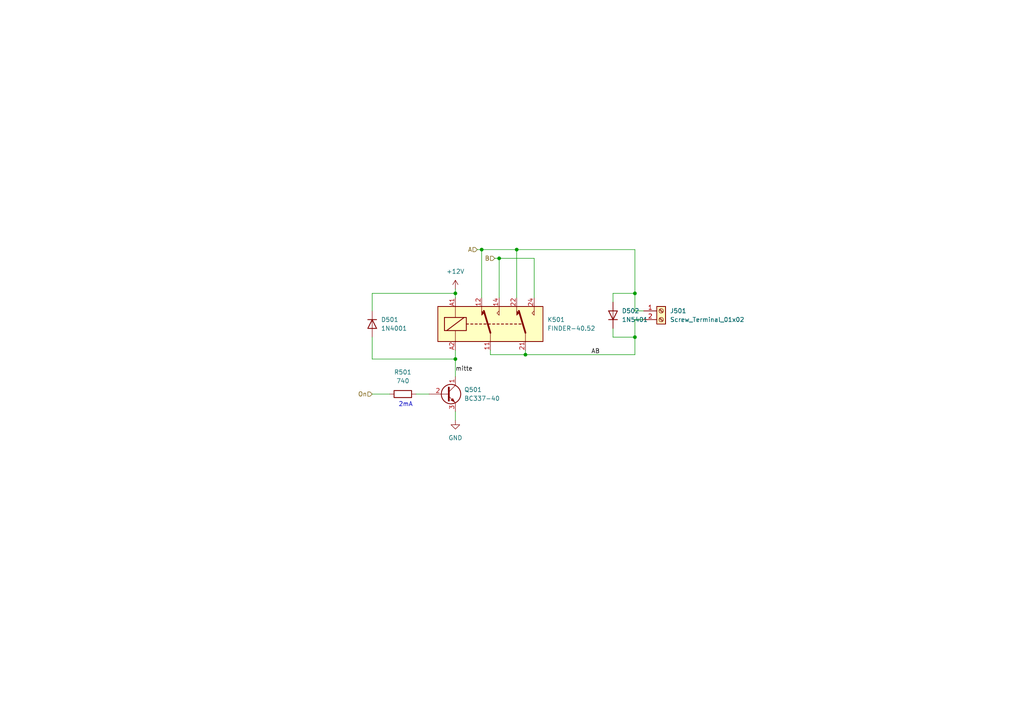
<source format=kicad_sch>
(kicad_sch (version 20211123) (generator eeschema)
  (paper "A4")
  (lib_symbols
    (symbol "Connector:Screw_Terminal_01x02" (pin_names (offset 1.016) hide)
      (property "Reference" "J" (at 0 2.54 0))
      (property "Value" "Screw_Terminal_01x02" (at 0 -5.08 0))
      (symbol "Screw_Terminal_01x02_1_1"
        (rectangle (start -1.27 1.27) (end 1.27 -3.81) (stroke (width 0.254)) (fill (type background)))
        (circle (center 0 -2.54) (radius 0.635) (stroke (width 0.1524)))
        (polyline (pts (xy -0.5334 -2.2098) (xy 0.3302 -3.048)) (stroke (width 0.1524)))
        (polyline (pts (xy -0.5334 0.3302) (xy 0.3302 -0.508)) (stroke (width 0.1524)))
        (polyline (pts (xy -0.3556 -2.032) (xy 0.508 -2.8702)) (stroke (width 0.1524)))
        (polyline (pts (xy -0.3556 0.508) (xy 0.508 -0.3302)) (stroke (width 0.1524)))
        (circle (center 0 0) (radius 0.635) (stroke (width 0.1524)))
        (pin passive line (at -5.08 0 0) (length 3.81) (name "Pin_1") (number "1"))
        (pin passive line (at -5.08 -2.54 0) (length 3.81) (name "Pin_2") (number "2"))
      )
    )
    (symbol "Device:R" (pin_numbers hide) (pin_names (offset 0))
      (property "Reference" "R" (at 2.032 0 90))
      (property "Value" "R" (at 0 0 90))
      (symbol "R_0_1"
        (rectangle (start -1.016 -2.54) (end 1.016 2.54) (stroke (width 0.254)))
      )
      (symbol "R_1_1"
        (pin passive line (at 0 3.81 270) (length 1.27) (name "~") (number "1"))
        (pin passive line (at 0 -3.81 90) (length 1.27) (name "~") (number "2"))
      )
    )
    (symbol "Diode:1N4001" (pin_numbers hide) (pin_names (offset 1.016) hide)
      (property "Reference" "D" (at 0 2.54 0))
      (property "Value" "1N4001" (at 0 -2.54 0))
      (symbol "1N4001_0_1"
        (polyline (pts (xy -1.27 1.27) (xy -1.27 -1.27)) (stroke (width 0.254)))
        (polyline (pts (xy 1.27 0) (xy -1.27 0)))
        (polyline (pts (xy 1.27 1.27) (xy 1.27 -1.27) (xy -1.27 0) (xy 1.27 1.27)) (stroke (width 0.254)))
      )
      (symbol "1N4001_1_1"
        (pin passive line (at -3.81 0 0) (length 2.54) (name "K") (number "1"))
        (pin passive line (at 3.81 0 180) (length 2.54) (name "A") (number "2"))
      )
    )
    (symbol "Diode:1N5401" (pin_numbers hide) (pin_names (offset 1.016) hide)
      (property "Reference" "D" (at 0 2.54 0))
      (property "Value" "1N5401" (at 0 -2.54 0))
      (symbol "1N5401_0_1"
        (polyline (pts (xy -1.27 1.27) (xy -1.27 -1.27)) (stroke (width 0.254)))
        (polyline (pts (xy 1.27 0) (xy -1.27 0)))
        (polyline (pts (xy 1.27 1.27) (xy 1.27 -1.27) (xy -1.27 0) (xy 1.27 1.27)) (stroke (width 0.254)))
      )
      (symbol "1N5401_1_1"
        (pin passive line (at -3.81 0 0) (length 2.54) (name "K") (number "1"))
        (pin passive line (at 3.81 0 180) (length 2.54) (name "A") (number "2"))
      )
    )
    (symbol "Relay:FINDER-40.52"
      (property "Reference" "K" (at 16.51 3.81 0))
      (property "Value" "FINDER-40.52" (at 16.51 1.27 0))
      (symbol "FINDER-40.52_0_1"
        (rectangle (start -15.24 5.08) (end 15.24 -5.08) (stroke (width 0.254)) (fill (type background)))
        (rectangle (start -13.335 1.905) (end -6.985 -1.905) (stroke (width 0.254)))
        (polyline (pts (xy -12.7 -1.905) (xy -7.62 1.905)) (stroke (width 0.254)))
        (polyline (pts (xy -10.16 -5.08) (xy -10.16 -1.905)))
        (polyline (pts (xy -10.16 5.08) (xy -10.16 1.905)))
        (polyline (pts (xy -6.985 0) (xy -6.35 0)) (stroke (width 0.254)))
        (polyline (pts (xy -5.715 0) (xy -5.08 0)) (stroke (width 0.254)))
        (polyline (pts (xy -4.445 0) (xy -3.81 0)) (stroke (width 0.254)))
        (polyline (pts (xy -3.175 0) (xy -2.54 0)) (stroke (width 0.254)))
        (polyline (pts (xy -1.905 0) (xy -1.27 0)) (stroke (width 0.254)))
        (polyline (pts (xy -0.635 0) (xy 0 0)) (stroke (width 0.254)))
        (polyline (pts (xy 0 -2.54) (xy -1.905 3.81)) (stroke (width 0.508)))
        (polyline (pts (xy 0 -2.54) (xy 0 -5.08)))
        (polyline (pts (xy 0.635 0) (xy 1.27 0)) (stroke (width 0.254)))
        (polyline (pts (xy 1.905 0) (xy 2.54 0)) (stroke (width 0.254)))
        (polyline (pts (xy 3.175 0) (xy 3.81 0)) (stroke (width 0.254)))
        (polyline (pts (xy 4.445 0) (xy 5.08 0)) (stroke (width 0.254)))
        (polyline (pts (xy 5.715 0) (xy 6.35 0)) (stroke (width 0.254)))
        (polyline (pts (xy 6.985 0) (xy 7.62 0)) (stroke (width 0.254)))
        (polyline (pts (xy 8.255 0) (xy 8.89 0)) (stroke (width 0.254)))
        (polyline (pts (xy 10.16 -2.54) (xy 8.255 3.81)) (stroke (width 0.508)))
        (polyline (pts (xy 10.16 -2.54) (xy 10.16 -5.08)))
        (polyline (pts (xy -2.54 5.08) (xy -2.54 2.54) (xy -1.905 3.175) (xy -2.54 3.81)) (fill (type outline)))
        (polyline (pts (xy 2.54 5.08) (xy 2.54 2.54) (xy 1.905 3.175) (xy 2.54 3.81)))
        (polyline (pts (xy 7.62 5.08) (xy 7.62 2.54) (xy 8.255 3.175) (xy 7.62 3.81)) (fill (type outline)))
        (polyline (pts (xy 12.7 5.08) (xy 12.7 2.54) (xy 12.065 3.175) (xy 12.7 3.81)))
      )
      (symbol "FINDER-40.52_1_1"
        (pin passive line (at 0 -7.62 90) (length 2.54) (name "~") (number "11"))
        (pin passive line (at -2.54 7.62 270) (length 2.54) (name "~") (number "12"))
        (pin passive line (at 2.54 7.62 270) (length 2.54) (name "~") (number "14"))
        (pin passive line (at 10.16 -7.62 90) (length 2.54) (name "~") (number "21"))
        (pin passive line (at 7.62 7.62 270) (length 2.54) (name "~") (number "22"))
        (pin passive line (at 12.7 7.62 270) (length 2.54) (name "~") (number "24"))
        (pin passive line (at -10.16 7.62 270) (length 2.54) (name "~") (number "A1"))
        (pin passive line (at -10.16 -7.62 90) (length 2.54) (name "~") (number "A2"))
      )
    )
    (symbol "Transistor_BJT:BC337" (pin_names (offset 0) hide)
      (property "Reference" "Q" (at 5.08 1.905 0))
      (property "Value" "BC337" (at 5.08 0 0))
      (symbol "BC337_0_1"
        (polyline (pts (xy 0 0) (xy 0.635 0)))
        (polyline (pts (xy 0.635 0.635) (xy 2.54 2.54)))
        (polyline (pts (xy 0.635 -0.635) (xy 2.54 -2.54) (xy 2.54 -2.54)))
        (polyline (pts (xy 0.635 1.905) (xy 0.635 -1.905) (xy 0.635 -1.905)) (stroke (width 0.508)))
        (polyline (pts (xy 1.27 -1.778) (xy 1.778 -1.27) (xy 2.286 -2.286) (xy 1.27 -1.778) (xy 1.27 -1.778)) (fill (type outline)))
        (circle (center 1.27 0) (radius 2.8194) (stroke (width 0.254)))
      )
      (symbol "BC337_1_1"
        (pin passive line (at 2.54 5.08 270) (length 2.54) (name "C") (number "1"))
        (pin input line (at -5.08 0 0) (length 5.08) (name "B") (number "2"))
        (pin passive line (at 2.54 -5.08 90) (length 2.54) (name "E") (number "3"))
      )
    )
    (symbol "power:+12V" (power) (pin_names (offset 0))
      (property "Value" "+12V" (at 0 3.556 0))
      (symbol "+12V_0_1"
        (polyline (pts (xy -0.762 1.27) (xy 0 2.54)))
        (polyline (pts (xy 0 0) (xy 0 2.54)))
        (polyline (pts (xy 0 2.54) (xy 0.762 1.27)))
      )
      (symbol "+12V_1_1"
        (pin power_in line (at 0 0 90) (length 0) hide (name "+12V") (number "1"))
      )
    )
    (symbol "power:GND" (power) (pin_names (offset 0))
      (property "Value" "GND" (at 0 -3.81 0))
      (symbol "GND_0_1"
        (polyline (pts (xy 0 0) (xy 0 -1.27) (xy 1.27 -1.27) (xy 0 -2.54) (xy -1.27 -1.27) (xy 0 -1.27)))
      )
      (symbol "GND_1_1"
        (pin power_in line (at 0 0 270) (length 0) hide (name "GND") (number "1"))
      )
    )
  )
  (junction (at 139.7 72.39))
  (junction (at 132.08 85.09))
  (junction (at 149.86 72.39))
  (junction (at 144.78 74.93))
  (junction (at 132.08 104.14))
  (junction (at 184.15 85.09))
  (junction (at 184.15 97.79))
  (junction (at 152.4 102.87))
  (wire (pts (xy 184.15 85.09) (xy 184.15 72.39)))
  (wire (pts (xy 177.8 87.63) (xy 177.8 85.09)))
  (wire (pts (xy 149.86 72.39) (xy 149.86 86.36)))
  (wire (pts (xy 138.43 72.39) (xy 139.7 72.39)))
  (wire (pts (xy 107.95 114.3) (xy 113.03 114.3)))
  (wire (pts (xy 184.15 102.87) (xy 184.15 97.79)))
  (wire (pts (xy 132.08 85.09) (xy 132.08 86.36)))
  (wire (pts (xy 107.95 104.14) (xy 132.08 104.14)))
  (wire (pts (xy 142.24 102.87) (xy 152.4 102.87)))
  (wire (pts (xy 132.08 104.14) (xy 132.08 109.22)))
  (wire (pts (xy 184.15 90.17) (xy 184.15 85.09)))
  (wire (pts (xy 132.08 83.82) (xy 132.08 85.09)))
  (wire (pts (xy 107.95 90.17) (xy 107.95 85.09)))
  (wire (pts (xy 149.86 72.39) (xy 184.15 72.39)))
  (wire (pts (xy 139.7 72.39) (xy 139.7 86.36)))
  (wire (pts (xy 177.8 95.25) (xy 177.8 97.79)))
  (wire (pts (xy 139.7 72.39) (xy 149.86 72.39)))
  (wire (pts (xy 186.69 90.17) (xy 184.15 90.17)))
  (wire (pts (xy 177.8 85.09) (xy 184.15 85.09)))
  (wire (pts (xy 132.08 119.38) (xy 132.08 121.92)))
  (wire (pts (xy 184.15 92.71) (xy 186.69 92.71)))
  (wire (pts (xy 107.95 97.79) (xy 107.95 104.14)))
  (wire (pts (xy 120.65 114.3) (xy 124.46 114.3)))
  (wire (pts (xy 154.94 86.36) (xy 154.94 74.93)))
  (wire (pts (xy 177.8 97.79) (xy 184.15 97.79)))
  (wire (pts (xy 184.15 97.79) (xy 184.15 92.71)))
  (wire (pts (xy 144.78 74.93) (xy 143.51 74.93)))
  (wire (pts (xy 144.78 86.36) (xy 144.78 74.93)))
  (wire (pts (xy 152.4 102.87) (xy 184.15 102.87)))
  (wire (pts (xy 152.4 102.87) (xy 152.4 101.6)))
  (wire (pts (xy 142.24 101.6) (xy 142.24 102.87)))
  (wire (pts (xy 107.95 85.09) (xy 132.08 85.09)))
  (wire (pts (xy 154.94 74.93) (xy 144.78 74.93)))
  (wire (pts (xy 132.08 101.6) (xy 132.08 104.14)))
  (text "2mA" (at 115.57 118.11 0) (effects (font (size 1.27 1.27)) (justify left bottom)))
  (label "AB" (at 171.45 102.87 0))
  (label "mitte" (at 132.08 107.95 0))
  (hierarchical_label "On" (shape input) (at 107.95 114.3 180))
  (hierarchical_label "B" (shape input) (at 143.51 74.93 180))
  (hierarchical_label "A" (shape input) (at 138.43 72.39 180))
  (symbol (lib_id "Connector:Screw_Terminal_01x02") (at 191.77 90.17 0)
    (property "Reference" "J501" (at 194.31 90.1699 0) (effects (justify left)))
    (property "Value" "Screw_Terminal_01x02" (at 194.31 92.7099 0) (effects (justify left)))
    (property "Footprint" "TerminalBlock_Phoenix:TerminalBlock_Phoenix_MKDS-1,5-2-5.08_1x02_P5.08mm_Horizontal" (effects hide))
  )
  (symbol (lib_id "Diode:1N5401") (at 177.8 91.44 90)
    (property "Reference" "D502" (at 180.34 90.1699 90) (effects (justify right)))
    (property "Value" "1N5401" (at 180.34 92.7099 90) (effects (justify right)))
    (property "Footprint" "Diode_THT:D_DO-201AD_P15.24mm_Horizontal" (effects hide))
    (property "Datasheet" "http://www.vishay.com/docs/88516/1n5400.pdf" (effects hide))
  )
  (symbol (lib_id "power:+12V") (at 132.08 83.82 0)
    (property "Reference" "#PWR0501" (effects hide))
    (property "Value" "+12V" (at 132.08 78.74 0))
  )
  (symbol (lib_id "power:GND") (at 132.08 121.92 0)
    (property "Reference" "#PWR0502" (effects hide))
    (property "Value" "GND" (at 132.08 127 0))
  )
  (symbol (lib_id "Device:R") (at 116.84 114.3 90)
    (property "Reference" "R501" (at 116.84 107.95 90))
    (property "Value" "740" (at 116.84 110.49 90))
    (property "Footprint" "Resistor_THT:R_Axial_DIN0207_L6.3mm_D2.5mm_P10.16mm_Horizontal" (effects hide))
  )
  (symbol (lib_id "Relay:FINDER-40.52") (at 142.24 93.98 0)
    (property "Reference" "K501" (at 158.75 92.7099 0) (effects (justify left)))
    (property "Value" "FINDER-40.52" (at 158.75 95.2499 0) (effects (justify left)))
    (property "Footprint" "Relay_THT:Relay_DPDT_Finder_40.52" (effects hide))
    (property "Datasheet" "http://gfinder.findernet.com/assets/Series/353/S40EN.pdf" (effects hide))
  )
  (symbol (lib_id "Diode:1N4001") (at 107.95 93.98 270)
    (property "Reference" "D501" (at 110.49 92.7099 90) (effects (justify left)))
    (property "Value" "1N4001" (at 110.49 95.2499 90) (effects (justify left)))
    (property "Footprint" "Diode_THT:D_DO-41_SOD81_P10.16mm_Horizontal" (effects hide))
    (property "Datasheet" "http://www.vishay.com/docs/88503/1n4001.pdf" (effects hide))
  )
  (symbol (lib_id "Transistor_BJT:BC337") (at 129.54 114.3 0)
    (property "Reference" "Q501" (at 134.62 113.0299 0) (effects (justify left)))
    (property "Value" "BC337-40" (at 134.62 115.5699 0) (effects (justify left)))
    (property "Footprint" "Package_TO_SOT_THT:TO-92_Inline" (effects hide))
    (property "Datasheet" "https://diotec.com/tl_files/diotec/files/pdf/datasheets/bc337.pdf" (effects hide))
  )
)
</source>
